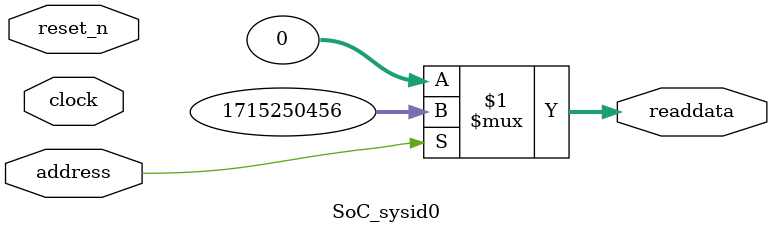
<source format=v>

`timescale 1ns / 1ps
// synthesis translate_on

// turn off superfluous verilog processor warnings 
// altera message_level Level1 
// altera message_off 10034 10035 10036 10037 10230 10240 10030 

module SoC_sysid0 (
               // inputs:
                address,
                clock,
                reset_n,

               // outputs:
                readdata
             )
;

  output  [ 31: 0] readdata;
  input            address;
  input            clock;
  input            reset_n;

  wire    [ 31: 0] readdata;
  //control_slave, which is an e_avalon_slave
  assign readdata = address ? 1715250456 : 0;

endmodule




</source>
